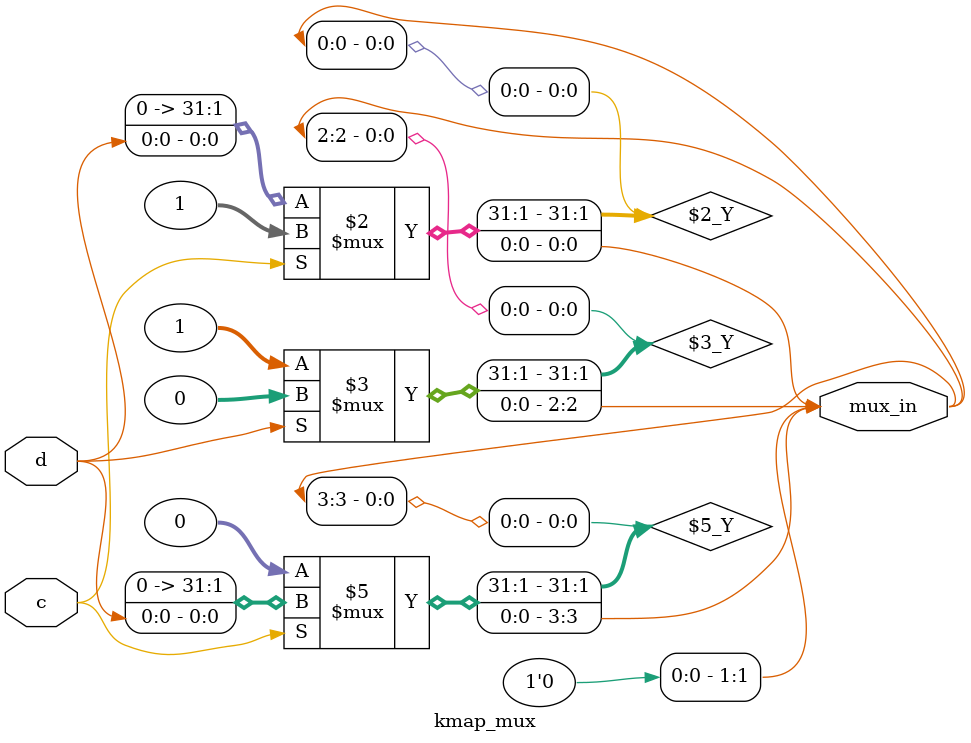
<source format=v>
module kmap_mux(
	input c,        // First input variable
	input d,        // Second input variable
	output [3:0] mux_in // 4-bit output vector representing inputs to a multiplexer
);
	// Assigns mux_in[0]: if 'c' is true, output 1, else output 'd'
	assign mux_in[0] = c ? 1 : d;           
	// Assigns mux_in[1]: always 0
	assign mux_in[1] = 0;                   
	// Assigns mux_in[2]: if 'd' is true, output 0, else output 1
	assign mux_in[2] = d ? 0 : 1;           
	// Assigns mux_in[3]: if 'c' is true, output 'd', else output 0
	assign mux_in[3] = c ? d : 0;           
	
endmodule
</source>
